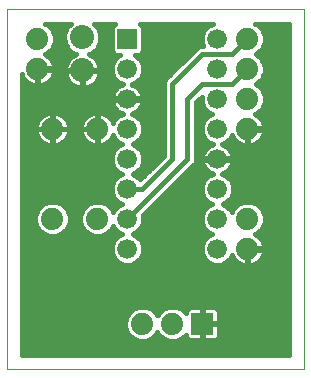
<source format=gtl>
G75*
%MOIN*%
%OFA0B0*%
%FSLAX25Y25*%
%IPPOS*%
%LPD*%
%AMOC8*
5,1,8,0,0,1.08239X$1,22.5*
%
%ADD10C,0.00000*%
%ADD11C,0.07400*%
%ADD12R,0.06600X0.06600*%
%ADD13C,0.06600*%
%ADD14C,0.08000*%
%ADD15R,0.07400X0.07400*%
%ADD16C,0.01600*%
D10*
X0001800Y0009060D02*
X0001800Y0129021D01*
X0100501Y0129021D01*
X0100501Y0009060D01*
X0001800Y0009060D01*
D11*
X0016800Y0059060D03*
X0031800Y0059060D03*
X0031800Y0089060D03*
X0016800Y0089060D03*
X0011800Y0109060D03*
X0011800Y0119060D03*
X0081800Y0119060D03*
X0081800Y0109060D03*
X0081800Y0099060D03*
X0081800Y0089060D03*
X0081800Y0059060D03*
X0081800Y0049060D03*
X0056800Y0024119D03*
X0046800Y0024119D03*
D12*
X0041800Y0119060D03*
D13*
X0041800Y0109060D03*
X0041800Y0099060D03*
X0041800Y0089060D03*
X0041800Y0079060D03*
X0041800Y0069060D03*
X0041800Y0059060D03*
X0041800Y0049060D03*
X0071800Y0049060D03*
X0071800Y0059060D03*
X0071800Y0069060D03*
X0071800Y0079060D03*
X0071800Y0089060D03*
X0071800Y0099060D03*
X0071800Y0109060D03*
X0071800Y0119060D03*
D14*
X0026800Y0119560D03*
X0026800Y0108560D03*
D15*
X0066800Y0024119D03*
D16*
X0067000Y0023948D02*
X0095701Y0023948D01*
X0095701Y0022350D02*
X0072300Y0022350D01*
X0072300Y0023919D02*
X0067000Y0023919D01*
X0067000Y0018619D01*
X0070737Y0018619D01*
X0071195Y0018742D01*
X0071605Y0018979D01*
X0071940Y0019314D01*
X0072177Y0019724D01*
X0072300Y0020182D01*
X0072300Y0023919D01*
X0072300Y0024319D02*
X0072300Y0028056D01*
X0072177Y0028514D01*
X0071940Y0028924D01*
X0071605Y0029259D01*
X0071195Y0029496D01*
X0070737Y0029619D01*
X0067000Y0029619D01*
X0067000Y0024319D01*
X0072300Y0024319D01*
X0072300Y0025547D02*
X0095701Y0025547D01*
X0095701Y0027145D02*
X0072300Y0027145D01*
X0072045Y0028744D02*
X0095701Y0028744D01*
X0095701Y0030342D02*
X0006600Y0030342D01*
X0006600Y0028744D02*
X0043364Y0028744D01*
X0043571Y0028951D02*
X0041968Y0027348D01*
X0041100Y0025253D01*
X0041100Y0022985D01*
X0041968Y0020890D01*
X0043571Y0019287D01*
X0045666Y0018419D01*
X0047934Y0018419D01*
X0050029Y0019287D01*
X0051632Y0020890D01*
X0051800Y0021295D01*
X0051968Y0020890D01*
X0053571Y0019287D01*
X0055666Y0018419D01*
X0057934Y0018419D01*
X0060029Y0019287D01*
X0061300Y0020558D01*
X0061300Y0020182D01*
X0061423Y0019724D01*
X0061660Y0019314D01*
X0061995Y0018979D01*
X0062405Y0018742D01*
X0062863Y0018619D01*
X0066600Y0018619D01*
X0066600Y0023919D01*
X0067000Y0023919D01*
X0067000Y0024319D01*
X0066600Y0024319D01*
X0066600Y0029619D01*
X0062863Y0029619D01*
X0062405Y0029496D01*
X0061995Y0029259D01*
X0061660Y0028924D01*
X0061423Y0028514D01*
X0061300Y0028056D01*
X0061300Y0027680D01*
X0060029Y0028951D01*
X0057934Y0029819D01*
X0055666Y0029819D01*
X0053571Y0028951D01*
X0051968Y0027348D01*
X0051800Y0026943D01*
X0051632Y0027348D01*
X0050029Y0028951D01*
X0047934Y0029819D01*
X0045666Y0029819D01*
X0043571Y0028951D01*
X0041884Y0027145D02*
X0006600Y0027145D01*
X0006600Y0025547D02*
X0041222Y0025547D01*
X0041100Y0023948D02*
X0006600Y0023948D01*
X0006600Y0022350D02*
X0041363Y0022350D01*
X0042107Y0020751D02*
X0006600Y0020751D01*
X0006600Y0019153D02*
X0043895Y0019153D01*
X0049705Y0019153D02*
X0053895Y0019153D01*
X0052107Y0020751D02*
X0051493Y0020751D01*
X0051716Y0027145D02*
X0051884Y0027145D01*
X0053364Y0028744D02*
X0050236Y0028744D01*
X0060236Y0028744D02*
X0061555Y0028744D01*
X0066600Y0028744D02*
X0067000Y0028744D01*
X0067000Y0027145D02*
X0066600Y0027145D01*
X0066600Y0025547D02*
X0067000Y0025547D01*
X0067000Y0022350D02*
X0066600Y0022350D01*
X0066600Y0020751D02*
X0067000Y0020751D01*
X0067000Y0019153D02*
X0066600Y0019153D01*
X0071779Y0019153D02*
X0095701Y0019153D01*
X0095701Y0020751D02*
X0072300Y0020751D01*
X0061821Y0019153D02*
X0059705Y0019153D01*
X0070746Y0043760D02*
X0072854Y0043760D01*
X0074802Y0044567D01*
X0076293Y0046058D01*
X0076685Y0047004D01*
X0076703Y0046949D01*
X0077096Y0046177D01*
X0077605Y0045477D01*
X0078217Y0044865D01*
X0078917Y0044356D01*
X0079689Y0043963D01*
X0080512Y0043695D01*
X0081367Y0043560D01*
X0081600Y0043560D01*
X0081600Y0048860D01*
X0082000Y0048860D01*
X0082000Y0049260D01*
X0087300Y0049260D01*
X0087300Y0049493D01*
X0087165Y0050348D01*
X0086897Y0051171D01*
X0086504Y0051943D01*
X0085995Y0052643D01*
X0085383Y0053255D01*
X0084683Y0053764D01*
X0084336Y0053941D01*
X0085029Y0054228D01*
X0086632Y0055831D01*
X0087500Y0057926D01*
X0087500Y0060194D01*
X0086632Y0062289D01*
X0085029Y0063892D01*
X0082934Y0064760D01*
X0080666Y0064760D01*
X0078571Y0063892D01*
X0076968Y0062289D01*
X0076584Y0061361D01*
X0076293Y0062062D01*
X0074802Y0063553D01*
X0073578Y0064060D01*
X0074802Y0064567D01*
X0076293Y0066058D01*
X0077100Y0068006D01*
X0077100Y0070114D01*
X0076293Y0072062D01*
X0074802Y0073553D01*
X0073287Y0074181D01*
X0073758Y0074334D01*
X0074473Y0074698D01*
X0075122Y0075170D01*
X0075690Y0075738D01*
X0076162Y0076387D01*
X0076526Y0077102D01*
X0076774Y0077866D01*
X0076900Y0078659D01*
X0076900Y0078760D01*
X0072100Y0078760D01*
X0072100Y0079360D01*
X0076900Y0079360D01*
X0076900Y0079461D01*
X0076774Y0080254D01*
X0076526Y0081018D01*
X0076162Y0081733D01*
X0075690Y0082382D01*
X0075122Y0082950D01*
X0074473Y0083422D01*
X0073758Y0083786D01*
X0073287Y0083939D01*
X0074802Y0084567D01*
X0076293Y0086058D01*
X0076685Y0087004D01*
X0076703Y0086949D01*
X0077096Y0086177D01*
X0077605Y0085477D01*
X0078217Y0084865D01*
X0078917Y0084356D01*
X0079689Y0083963D01*
X0080512Y0083695D01*
X0081367Y0083560D01*
X0081600Y0083560D01*
X0081600Y0088860D01*
X0082000Y0088860D01*
X0082000Y0089260D01*
X0087300Y0089260D01*
X0087300Y0089493D01*
X0087165Y0090348D01*
X0086897Y0091171D01*
X0086504Y0091943D01*
X0085995Y0092643D01*
X0085383Y0093255D01*
X0084683Y0093764D01*
X0084336Y0093941D01*
X0085029Y0094228D01*
X0086632Y0095831D01*
X0087500Y0097926D01*
X0087500Y0100194D01*
X0086632Y0102289D01*
X0085029Y0103892D01*
X0084624Y0104060D01*
X0085029Y0104228D01*
X0086632Y0105831D01*
X0087500Y0107926D01*
X0087500Y0110194D01*
X0086632Y0112289D01*
X0085029Y0113892D01*
X0084624Y0114060D01*
X0085029Y0114228D01*
X0086632Y0115831D01*
X0087500Y0117926D01*
X0087500Y0120194D01*
X0086632Y0122289D01*
X0085029Y0123892D01*
X0084236Y0124221D01*
X0095701Y0124221D01*
X0095701Y0013860D01*
X0006600Y0013860D01*
X0006600Y0107266D01*
X0006703Y0106949D01*
X0007096Y0106177D01*
X0007605Y0105477D01*
X0008217Y0104865D01*
X0008917Y0104356D01*
X0009689Y0103963D01*
X0010512Y0103695D01*
X0011367Y0103560D01*
X0011600Y0103560D01*
X0011600Y0108860D01*
X0012000Y0108860D01*
X0012000Y0109260D01*
X0017300Y0109260D01*
X0017300Y0109493D01*
X0017165Y0110348D01*
X0016897Y0111171D01*
X0016504Y0111943D01*
X0015995Y0112643D01*
X0015383Y0113255D01*
X0014683Y0113764D01*
X0014336Y0113941D01*
X0015029Y0114228D01*
X0016632Y0115831D01*
X0017500Y0117926D01*
X0017500Y0120194D01*
X0016632Y0122289D01*
X0015029Y0123892D01*
X0014236Y0124221D01*
X0022975Y0124221D01*
X0021713Y0122959D01*
X0020800Y0120753D01*
X0020800Y0118367D01*
X0021713Y0116161D01*
X0023401Y0114473D01*
X0024645Y0113958D01*
X0024574Y0113935D01*
X0023760Y0113521D01*
X0023022Y0112984D01*
X0022376Y0112338D01*
X0021839Y0111600D01*
X0021425Y0110786D01*
X0021143Y0109918D01*
X0021000Y0109016D01*
X0021000Y0108760D01*
X0026600Y0108760D01*
X0026600Y0108360D01*
X0021000Y0108360D01*
X0021000Y0108104D01*
X0021143Y0107202D01*
X0021425Y0106334D01*
X0021839Y0105520D01*
X0022376Y0104782D01*
X0023022Y0104136D01*
X0023760Y0103599D01*
X0024574Y0103185D01*
X0025442Y0102903D01*
X0026344Y0102760D01*
X0026600Y0102760D01*
X0026600Y0108360D01*
X0027000Y0108360D01*
X0027000Y0108760D01*
X0032600Y0108760D01*
X0032600Y0109016D01*
X0032457Y0109918D01*
X0032175Y0110786D01*
X0031761Y0111600D01*
X0031224Y0112338D01*
X0030578Y0112984D01*
X0029840Y0113521D01*
X0029026Y0113935D01*
X0028955Y0113958D01*
X0030199Y0114473D01*
X0031887Y0116161D01*
X0032800Y0118367D01*
X0032800Y0120753D01*
X0031887Y0122959D01*
X0030625Y0124221D01*
X0037532Y0124221D01*
X0036500Y0123188D01*
X0036500Y0114932D01*
X0037672Y0113760D01*
X0039297Y0113760D01*
X0038798Y0113553D01*
X0037307Y0112062D01*
X0036500Y0110114D01*
X0036500Y0108006D01*
X0037307Y0106058D01*
X0038798Y0104567D01*
X0040313Y0103939D01*
X0039842Y0103786D01*
X0039127Y0103422D01*
X0038478Y0102950D01*
X0037910Y0102382D01*
X0037438Y0101733D01*
X0037074Y0101018D01*
X0036826Y0100254D01*
X0036700Y0099461D01*
X0036700Y0099360D01*
X0041500Y0099360D01*
X0041500Y0098760D01*
X0036700Y0098760D01*
X0036700Y0098659D01*
X0036826Y0097866D01*
X0037074Y0097102D01*
X0037438Y0096387D01*
X0037910Y0095738D01*
X0038478Y0095170D01*
X0039127Y0094698D01*
X0039842Y0094334D01*
X0040313Y0094181D01*
X0038798Y0093553D01*
X0037307Y0092062D01*
X0036915Y0091116D01*
X0036897Y0091171D01*
X0036504Y0091943D01*
X0035995Y0092643D01*
X0035383Y0093255D01*
X0034683Y0093764D01*
X0033911Y0094157D01*
X0033088Y0094425D01*
X0032233Y0094560D01*
X0031886Y0094560D01*
X0031886Y0089146D01*
X0031714Y0089146D01*
X0031714Y0094560D01*
X0031367Y0094560D01*
X0030512Y0094425D01*
X0029689Y0094157D01*
X0028917Y0093764D01*
X0028217Y0093255D01*
X0027605Y0092643D01*
X0027096Y0091943D01*
X0026703Y0091171D01*
X0026435Y0090348D01*
X0026300Y0089493D01*
X0026300Y0089146D01*
X0031714Y0089146D01*
X0031714Y0088974D01*
X0026300Y0088974D01*
X0026300Y0088627D01*
X0026435Y0087772D01*
X0026703Y0086949D01*
X0027096Y0086177D01*
X0027605Y0085477D01*
X0028217Y0084865D01*
X0028917Y0084356D01*
X0029689Y0083963D01*
X0030512Y0083695D01*
X0031367Y0083560D01*
X0031714Y0083560D01*
X0031714Y0088974D01*
X0031886Y0088974D01*
X0031886Y0083560D01*
X0032233Y0083560D01*
X0033088Y0083695D01*
X0033911Y0083963D01*
X0034683Y0084356D01*
X0035383Y0084865D01*
X0035995Y0085477D01*
X0036504Y0086177D01*
X0036897Y0086949D01*
X0036915Y0087004D01*
X0037307Y0086058D01*
X0038798Y0084567D01*
X0040022Y0084060D01*
X0038798Y0083553D01*
X0037307Y0082062D01*
X0036500Y0080114D01*
X0036500Y0078006D01*
X0037307Y0076058D01*
X0038798Y0074567D01*
X0040022Y0074060D01*
X0038798Y0073553D01*
X0037307Y0072062D01*
X0036500Y0070114D01*
X0036500Y0068006D01*
X0037307Y0066058D01*
X0038798Y0064567D01*
X0040022Y0064060D01*
X0038798Y0063553D01*
X0037307Y0062062D01*
X0037016Y0061361D01*
X0036632Y0062289D01*
X0035029Y0063892D01*
X0032934Y0064760D01*
X0030666Y0064760D01*
X0028571Y0063892D01*
X0026968Y0062289D01*
X0026100Y0060194D01*
X0026100Y0057926D01*
X0026968Y0055831D01*
X0028571Y0054228D01*
X0030666Y0053360D01*
X0032934Y0053360D01*
X0035029Y0054228D01*
X0036632Y0055831D01*
X0037016Y0056759D01*
X0037307Y0056058D01*
X0038798Y0054567D01*
X0040022Y0054060D01*
X0038798Y0053553D01*
X0037307Y0052062D01*
X0036500Y0050114D01*
X0036500Y0048006D01*
X0037307Y0046058D01*
X0038798Y0044567D01*
X0040746Y0043760D01*
X0042854Y0043760D01*
X0044802Y0044567D01*
X0046293Y0046058D01*
X0047100Y0048006D01*
X0047100Y0050114D01*
X0046293Y0052062D01*
X0044802Y0053553D01*
X0043578Y0054060D01*
X0044802Y0054567D01*
X0046293Y0056058D01*
X0047100Y0058006D01*
X0047100Y0060114D01*
X0047016Y0060316D01*
X0063386Y0076686D01*
X0064174Y0077474D01*
X0064600Y0078503D01*
X0064600Y0097900D01*
X0066500Y0099800D01*
X0066500Y0098006D01*
X0067307Y0096058D01*
X0068798Y0094567D01*
X0070022Y0094060D01*
X0068798Y0093553D01*
X0067307Y0092062D01*
X0066500Y0090114D01*
X0066500Y0088006D01*
X0067307Y0086058D01*
X0068798Y0084567D01*
X0070313Y0083939D01*
X0069842Y0083786D01*
X0069127Y0083422D01*
X0068478Y0082950D01*
X0067910Y0082382D01*
X0067438Y0081733D01*
X0067074Y0081018D01*
X0066826Y0080254D01*
X0066700Y0079461D01*
X0066700Y0079360D01*
X0071500Y0079360D01*
X0071500Y0078760D01*
X0066700Y0078760D01*
X0066700Y0078659D01*
X0066826Y0077866D01*
X0067074Y0077102D01*
X0067438Y0076387D01*
X0067910Y0075738D01*
X0068478Y0075170D01*
X0069127Y0074698D01*
X0069842Y0074334D01*
X0070313Y0074181D01*
X0068798Y0073553D01*
X0067307Y0072062D01*
X0066500Y0070114D01*
X0066500Y0068006D01*
X0067307Y0066058D01*
X0068798Y0064567D01*
X0070022Y0064060D01*
X0068798Y0063553D01*
X0067307Y0062062D01*
X0066500Y0060114D01*
X0066500Y0058006D01*
X0067307Y0056058D01*
X0068798Y0054567D01*
X0070022Y0054060D01*
X0068798Y0053553D01*
X0067307Y0052062D01*
X0066500Y0050114D01*
X0066500Y0048006D01*
X0067307Y0046058D01*
X0068798Y0044567D01*
X0070746Y0043760D01*
X0068636Y0044729D02*
X0044964Y0044729D01*
X0046405Y0046327D02*
X0067195Y0046327D01*
X0066533Y0047926D02*
X0047067Y0047926D01*
X0047100Y0049525D02*
X0066500Y0049525D01*
X0066918Y0051123D02*
X0046682Y0051123D01*
X0045634Y0052722D02*
X0067966Y0052722D01*
X0069394Y0054320D02*
X0044206Y0054320D01*
X0046154Y0055919D02*
X0067446Y0055919D01*
X0066702Y0057517D02*
X0046898Y0057517D01*
X0047100Y0059116D02*
X0066500Y0059116D01*
X0066748Y0060714D02*
X0047414Y0060714D01*
X0049012Y0062313D02*
X0067557Y0062313D01*
X0069662Y0063911D02*
X0050611Y0063911D01*
X0052209Y0065510D02*
X0067855Y0065510D01*
X0066872Y0067108D02*
X0053808Y0067108D01*
X0055406Y0068707D02*
X0066500Y0068707D01*
X0066579Y0070305D02*
X0057005Y0070305D01*
X0058603Y0071904D02*
X0067241Y0071904D01*
X0068747Y0073502D02*
X0060202Y0073502D01*
X0061800Y0075101D02*
X0068573Y0075101D01*
X0067279Y0076699D02*
X0063399Y0076699D01*
X0063386Y0076686D02*
X0063386Y0076686D01*
X0061800Y0079060D02*
X0061800Y0099060D01*
X0066800Y0104060D01*
X0076800Y0104060D01*
X0081800Y0109060D01*
X0085456Y0113465D02*
X0095701Y0113465D01*
X0095701Y0111866D02*
X0086807Y0111866D01*
X0087469Y0110268D02*
X0095701Y0110268D01*
X0095701Y0108669D02*
X0087500Y0108669D01*
X0087146Y0107071D02*
X0095701Y0107071D01*
X0095701Y0105472D02*
X0086273Y0105472D01*
X0085047Y0103874D02*
X0095701Y0103874D01*
X0095701Y0102275D02*
X0086638Y0102275D01*
X0087300Y0100677D02*
X0095701Y0100677D01*
X0095701Y0099078D02*
X0087500Y0099078D01*
X0087315Y0097480D02*
X0095701Y0097480D01*
X0095701Y0095881D02*
X0086653Y0095881D01*
X0085084Y0094283D02*
X0095701Y0094283D01*
X0095701Y0092684D02*
X0085954Y0092684D01*
X0086925Y0091086D02*
X0095701Y0091086D01*
X0095701Y0089487D02*
X0087300Y0089487D01*
X0087300Y0088860D02*
X0082000Y0088860D01*
X0082000Y0083560D01*
X0082233Y0083560D01*
X0083088Y0083695D01*
X0083911Y0083963D01*
X0084683Y0084356D01*
X0085383Y0084865D01*
X0085995Y0085477D01*
X0086504Y0086177D01*
X0086897Y0086949D01*
X0087165Y0087772D01*
X0087300Y0088627D01*
X0087300Y0088860D01*
X0087183Y0087889D02*
X0095701Y0087889D01*
X0095701Y0086290D02*
X0086562Y0086290D01*
X0085145Y0084692D02*
X0095701Y0084692D01*
X0095701Y0083093D02*
X0074925Y0083093D01*
X0074927Y0084692D02*
X0078455Y0084692D01*
X0077038Y0086290D02*
X0076389Y0086290D01*
X0076283Y0081495D02*
X0095701Y0081495D01*
X0095701Y0079896D02*
X0076831Y0079896D01*
X0076843Y0078298D02*
X0095701Y0078298D01*
X0095701Y0076699D02*
X0076321Y0076699D01*
X0075027Y0075101D02*
X0095701Y0075101D01*
X0095701Y0073502D02*
X0074853Y0073502D01*
X0076359Y0071904D02*
X0095701Y0071904D01*
X0095701Y0070305D02*
X0077021Y0070305D01*
X0077100Y0068707D02*
X0095701Y0068707D01*
X0095701Y0067108D02*
X0076728Y0067108D01*
X0075745Y0065510D02*
X0095701Y0065510D01*
X0095701Y0063911D02*
X0084983Y0063911D01*
X0086608Y0062313D02*
X0095701Y0062313D01*
X0095701Y0060714D02*
X0087284Y0060714D01*
X0087500Y0059116D02*
X0095701Y0059116D01*
X0095701Y0057517D02*
X0087331Y0057517D01*
X0086668Y0055919D02*
X0095701Y0055919D01*
X0095701Y0054320D02*
X0085121Y0054320D01*
X0085917Y0052722D02*
X0095701Y0052722D01*
X0095701Y0051123D02*
X0086913Y0051123D01*
X0087295Y0049525D02*
X0095701Y0049525D01*
X0095701Y0047926D02*
X0087189Y0047926D01*
X0087165Y0047772D02*
X0087300Y0048627D01*
X0087300Y0048860D01*
X0082000Y0048860D01*
X0082000Y0043560D01*
X0082233Y0043560D01*
X0083088Y0043695D01*
X0083911Y0043963D01*
X0084683Y0044356D01*
X0085383Y0044865D01*
X0085995Y0045477D01*
X0086504Y0046177D01*
X0086897Y0046949D01*
X0087165Y0047772D01*
X0086581Y0046327D02*
X0095701Y0046327D01*
X0095701Y0044729D02*
X0085196Y0044729D01*
X0082000Y0044729D02*
X0081600Y0044729D01*
X0081600Y0046327D02*
X0082000Y0046327D01*
X0082000Y0047926D02*
X0081600Y0047926D01*
X0078404Y0044729D02*
X0074964Y0044729D01*
X0076405Y0046327D02*
X0077019Y0046327D01*
X0076992Y0062313D02*
X0076043Y0062313D01*
X0073938Y0063911D02*
X0078617Y0063911D01*
X0066757Y0078298D02*
X0064515Y0078298D01*
X0064600Y0079896D02*
X0066769Y0079896D01*
X0067317Y0081495D02*
X0064600Y0081495D01*
X0064600Y0083093D02*
X0068675Y0083093D01*
X0068673Y0084692D02*
X0064600Y0084692D01*
X0064600Y0086290D02*
X0067211Y0086290D01*
X0066548Y0087889D02*
X0064600Y0087889D01*
X0064600Y0089487D02*
X0066500Y0089487D01*
X0066902Y0091086D02*
X0064600Y0091086D01*
X0064600Y0092684D02*
X0067929Y0092684D01*
X0069483Y0094283D02*
X0064600Y0094283D01*
X0064600Y0095881D02*
X0067483Y0095881D01*
X0066718Y0097480D02*
X0064600Y0097480D01*
X0065778Y0099078D02*
X0066500Y0099078D01*
X0057450Y0108669D02*
X0047100Y0108669D01*
X0047100Y0108006D02*
X0047100Y0110114D01*
X0046293Y0112062D01*
X0044802Y0113553D01*
X0044303Y0113760D01*
X0045928Y0113760D01*
X0047100Y0114932D01*
X0047100Y0123188D01*
X0046068Y0124221D01*
X0070409Y0124221D01*
X0068798Y0123553D01*
X0067307Y0122062D01*
X0066500Y0120114D01*
X0066500Y0118006D01*
X0066975Y0116860D01*
X0066243Y0116860D01*
X0065214Y0116434D01*
X0054426Y0105646D01*
X0054000Y0104617D01*
X0054000Y0080220D01*
X0046068Y0072288D01*
X0044802Y0073553D01*
X0043578Y0074060D01*
X0044802Y0074567D01*
X0046293Y0076058D01*
X0047100Y0078006D01*
X0047100Y0080114D01*
X0046293Y0082062D01*
X0044802Y0083553D01*
X0043578Y0084060D01*
X0044802Y0084567D01*
X0046293Y0086058D01*
X0047100Y0088006D01*
X0047100Y0090114D01*
X0046293Y0092062D01*
X0044802Y0093553D01*
X0043287Y0094181D01*
X0043758Y0094334D01*
X0044473Y0094698D01*
X0045122Y0095170D01*
X0045690Y0095738D01*
X0046162Y0096387D01*
X0046526Y0097102D01*
X0046774Y0097866D01*
X0046900Y0098659D01*
X0046900Y0098760D01*
X0042100Y0098760D01*
X0042100Y0099360D01*
X0046900Y0099360D01*
X0046900Y0099461D01*
X0046774Y0100254D01*
X0046526Y0101018D01*
X0046162Y0101733D01*
X0045690Y0102382D01*
X0045122Y0102950D01*
X0044473Y0103422D01*
X0043758Y0103786D01*
X0043287Y0103939D01*
X0044802Y0104567D01*
X0046293Y0106058D01*
X0047100Y0108006D01*
X0046713Y0107071D02*
X0055851Y0107071D01*
X0054354Y0105472D02*
X0045708Y0105472D01*
X0043488Y0103874D02*
X0054000Y0103874D01*
X0054000Y0102275D02*
X0045768Y0102275D01*
X0046637Y0100677D02*
X0054000Y0100677D01*
X0054000Y0099078D02*
X0042100Y0099078D01*
X0041500Y0099078D02*
X0006600Y0099078D01*
X0006600Y0097480D02*
X0036951Y0097480D01*
X0037805Y0095881D02*
X0006600Y0095881D01*
X0006600Y0094283D02*
X0015076Y0094283D01*
X0014689Y0094157D02*
X0013917Y0093764D01*
X0013217Y0093255D01*
X0012605Y0092643D01*
X0012096Y0091943D01*
X0011703Y0091171D01*
X0011435Y0090348D01*
X0011300Y0089493D01*
X0011300Y0089146D01*
X0016714Y0089146D01*
X0016714Y0094560D01*
X0016367Y0094560D01*
X0015512Y0094425D01*
X0014689Y0094157D01*
X0016714Y0094283D02*
X0016886Y0094283D01*
X0016886Y0094560D02*
X0016886Y0089146D01*
X0016714Y0089146D01*
X0016714Y0088974D01*
X0011300Y0088974D01*
X0011300Y0088627D01*
X0011435Y0087772D01*
X0011703Y0086949D01*
X0012096Y0086177D01*
X0012605Y0085477D01*
X0013217Y0084865D01*
X0013917Y0084356D01*
X0014689Y0083963D01*
X0015512Y0083695D01*
X0016367Y0083560D01*
X0016714Y0083560D01*
X0016714Y0088974D01*
X0016886Y0088974D01*
X0016886Y0089146D01*
X0022300Y0089146D01*
X0022300Y0089493D01*
X0022165Y0090348D01*
X0021897Y0091171D01*
X0021504Y0091943D01*
X0020995Y0092643D01*
X0020383Y0093255D01*
X0019683Y0093764D01*
X0018911Y0094157D01*
X0018088Y0094425D01*
X0017233Y0094560D01*
X0016886Y0094560D01*
X0018524Y0094283D02*
X0030076Y0094283D01*
X0031714Y0094283D02*
X0031886Y0094283D01*
X0031886Y0092684D02*
X0031714Y0092684D01*
X0031714Y0091086D02*
X0031886Y0091086D01*
X0031886Y0089487D02*
X0031714Y0089487D01*
X0031714Y0087889D02*
X0031886Y0087889D01*
X0031886Y0086290D02*
X0031714Y0086290D01*
X0031714Y0084692D02*
X0031886Y0084692D01*
X0035145Y0084692D02*
X0038673Y0084692D01*
X0038338Y0083093D02*
X0006600Y0083093D01*
X0006600Y0081495D02*
X0037072Y0081495D01*
X0036500Y0079896D02*
X0006600Y0079896D01*
X0006600Y0078298D02*
X0036500Y0078298D01*
X0037041Y0076699D02*
X0006600Y0076699D01*
X0006600Y0075101D02*
X0038264Y0075101D01*
X0038747Y0073502D02*
X0006600Y0073502D01*
X0006600Y0071904D02*
X0037241Y0071904D01*
X0036579Y0070305D02*
X0006600Y0070305D01*
X0006600Y0068707D02*
X0036500Y0068707D01*
X0036872Y0067108D02*
X0006600Y0067108D01*
X0006600Y0065510D02*
X0037855Y0065510D01*
X0039662Y0063911D02*
X0034983Y0063911D01*
X0036608Y0062313D02*
X0037557Y0062313D01*
X0041800Y0059060D02*
X0061800Y0079060D01*
X0056800Y0079060D02*
X0056800Y0104060D01*
X0066800Y0114060D01*
X0076800Y0114060D01*
X0081800Y0119060D01*
X0085865Y0123056D02*
X0095701Y0123056D01*
X0095701Y0121458D02*
X0086977Y0121458D01*
X0087500Y0119859D02*
X0095701Y0119859D01*
X0095701Y0118261D02*
X0087500Y0118261D01*
X0086976Y0116662D02*
X0095701Y0116662D01*
X0095701Y0115063D02*
X0085865Y0115063D01*
X0068301Y0123056D02*
X0047100Y0123056D01*
X0047100Y0121458D02*
X0067056Y0121458D01*
X0066500Y0119859D02*
X0047100Y0119859D01*
X0047100Y0118261D02*
X0066500Y0118261D01*
X0065765Y0116662D02*
X0047100Y0116662D01*
X0047100Y0115063D02*
X0063844Y0115063D01*
X0062245Y0113465D02*
X0044890Y0113465D01*
X0046374Y0111866D02*
X0060647Y0111866D01*
X0059048Y0110268D02*
X0047036Y0110268D01*
X0040112Y0103874D02*
X0030218Y0103874D01*
X0030578Y0104136D02*
X0031224Y0104782D01*
X0031761Y0105520D01*
X0032175Y0106334D01*
X0032457Y0107202D01*
X0032600Y0108104D01*
X0032600Y0108360D01*
X0027000Y0108360D01*
X0027000Y0102760D01*
X0027256Y0102760D01*
X0028158Y0102903D01*
X0029026Y0103185D01*
X0029840Y0103599D01*
X0030578Y0104136D01*
X0031726Y0105472D02*
X0037892Y0105472D01*
X0036887Y0107071D02*
X0032415Y0107071D01*
X0032344Y0110268D02*
X0036564Y0110268D01*
X0036500Y0108669D02*
X0027000Y0108669D01*
X0026600Y0108669D02*
X0017300Y0108669D01*
X0017300Y0108627D02*
X0017300Y0108860D01*
X0012000Y0108860D01*
X0012000Y0103560D01*
X0012233Y0103560D01*
X0013088Y0103695D01*
X0013911Y0103963D01*
X0014683Y0104356D01*
X0015383Y0104865D01*
X0015995Y0105477D01*
X0016504Y0106177D01*
X0016897Y0106949D01*
X0017165Y0107772D01*
X0017300Y0108627D01*
X0016937Y0107071D02*
X0021185Y0107071D01*
X0021874Y0105472D02*
X0015991Y0105472D01*
X0013637Y0103874D02*
X0023382Y0103874D01*
X0026600Y0103874D02*
X0027000Y0103874D01*
X0027000Y0105472D02*
X0026600Y0105472D01*
X0026600Y0107071D02*
X0027000Y0107071D01*
X0022033Y0111866D02*
X0016543Y0111866D01*
X0017177Y0110268D02*
X0021256Y0110268D01*
X0023684Y0113465D02*
X0015094Y0113465D01*
X0015865Y0115063D02*
X0022811Y0115063D01*
X0021506Y0116662D02*
X0016976Y0116662D01*
X0017500Y0118261D02*
X0020844Y0118261D01*
X0020800Y0119859D02*
X0017500Y0119859D01*
X0016977Y0121458D02*
X0021092Y0121458D01*
X0021811Y0123056D02*
X0015865Y0123056D01*
X0012000Y0108669D02*
X0011600Y0108669D01*
X0011600Y0107071D02*
X0012000Y0107071D01*
X0012000Y0105472D02*
X0011600Y0105472D01*
X0011600Y0103874D02*
X0012000Y0103874D01*
X0009963Y0103874D02*
X0006600Y0103874D01*
X0006600Y0102275D02*
X0037832Y0102275D01*
X0036963Y0100677D02*
X0006600Y0100677D01*
X0006600Y0105472D02*
X0007609Y0105472D01*
X0006663Y0107071D02*
X0006600Y0107071D01*
X0006600Y0092684D02*
X0012646Y0092684D01*
X0011675Y0091086D02*
X0006600Y0091086D01*
X0006600Y0089487D02*
X0011300Y0089487D01*
X0011417Y0087889D02*
X0006600Y0087889D01*
X0006600Y0086290D02*
X0012038Y0086290D01*
X0013455Y0084692D02*
X0006600Y0084692D01*
X0016714Y0084692D02*
X0016886Y0084692D01*
X0016886Y0083560D02*
X0017233Y0083560D01*
X0018088Y0083695D01*
X0018911Y0083963D01*
X0019683Y0084356D01*
X0020383Y0084865D01*
X0020995Y0085477D01*
X0021504Y0086177D01*
X0021897Y0086949D01*
X0022165Y0087772D01*
X0022300Y0088627D01*
X0022300Y0088974D01*
X0016886Y0088974D01*
X0016886Y0083560D01*
X0016886Y0086290D02*
X0016714Y0086290D01*
X0016714Y0087889D02*
X0016886Y0087889D01*
X0016886Y0089487D02*
X0016714Y0089487D01*
X0016714Y0091086D02*
X0016886Y0091086D01*
X0016886Y0092684D02*
X0016714Y0092684D01*
X0020954Y0092684D02*
X0027646Y0092684D01*
X0026675Y0091086D02*
X0021925Y0091086D01*
X0022300Y0089487D02*
X0026300Y0089487D01*
X0026417Y0087889D02*
X0022183Y0087889D01*
X0021562Y0086290D02*
X0027038Y0086290D01*
X0028455Y0084692D02*
X0020145Y0084692D01*
X0033524Y0094283D02*
X0039999Y0094283D01*
X0037929Y0092684D02*
X0035954Y0092684D01*
X0036562Y0086290D02*
X0037211Y0086290D01*
X0043601Y0094283D02*
X0054000Y0094283D01*
X0054000Y0092684D02*
X0045671Y0092684D01*
X0046698Y0091086D02*
X0054000Y0091086D01*
X0054000Y0089487D02*
X0047100Y0089487D01*
X0047052Y0087889D02*
X0054000Y0087889D01*
X0054000Y0086290D02*
X0046389Y0086290D01*
X0044927Y0084692D02*
X0054000Y0084692D01*
X0054000Y0083093D02*
X0045262Y0083093D01*
X0046528Y0081495D02*
X0054000Y0081495D01*
X0053676Y0079896D02*
X0047100Y0079896D01*
X0047100Y0078298D02*
X0052078Y0078298D01*
X0050479Y0076699D02*
X0046559Y0076699D01*
X0045336Y0075101D02*
X0048881Y0075101D01*
X0047282Y0073502D02*
X0044853Y0073502D01*
X0046800Y0069060D02*
X0041800Y0069060D01*
X0046800Y0069060D02*
X0056800Y0079060D01*
X0054000Y0095881D02*
X0045795Y0095881D01*
X0046649Y0097480D02*
X0054000Y0097480D01*
X0038710Y0113465D02*
X0029916Y0113465D01*
X0030789Y0115063D02*
X0036500Y0115063D01*
X0036500Y0116662D02*
X0032094Y0116662D01*
X0032756Y0118261D02*
X0036500Y0118261D01*
X0036500Y0119859D02*
X0032800Y0119859D01*
X0032508Y0121458D02*
X0036500Y0121458D01*
X0036500Y0123056D02*
X0031789Y0123056D01*
X0031567Y0111866D02*
X0037226Y0111866D01*
X0017934Y0064760D02*
X0015666Y0064760D01*
X0013571Y0063892D01*
X0011968Y0062289D01*
X0011100Y0060194D01*
X0011100Y0057926D01*
X0011968Y0055831D01*
X0013571Y0054228D01*
X0015666Y0053360D01*
X0017934Y0053360D01*
X0020029Y0054228D01*
X0021632Y0055831D01*
X0022500Y0057926D01*
X0022500Y0060194D01*
X0021632Y0062289D01*
X0020029Y0063892D01*
X0017934Y0064760D01*
X0019983Y0063911D02*
X0028617Y0063911D01*
X0026992Y0062313D02*
X0021608Y0062313D01*
X0022284Y0060714D02*
X0026316Y0060714D01*
X0026100Y0059116D02*
X0022500Y0059116D01*
X0022331Y0057517D02*
X0026269Y0057517D01*
X0026932Y0055919D02*
X0021668Y0055919D01*
X0020121Y0054320D02*
X0028479Y0054320D01*
X0035121Y0054320D02*
X0039394Y0054320D01*
X0037966Y0052722D02*
X0006600Y0052722D01*
X0006600Y0054320D02*
X0013479Y0054320D01*
X0011932Y0055919D02*
X0006600Y0055919D01*
X0006600Y0057517D02*
X0011269Y0057517D01*
X0011100Y0059116D02*
X0006600Y0059116D01*
X0006600Y0060714D02*
X0011316Y0060714D01*
X0011992Y0062313D02*
X0006600Y0062313D01*
X0006600Y0063911D02*
X0013617Y0063911D01*
X0006600Y0051123D02*
X0036918Y0051123D01*
X0036500Y0049525D02*
X0006600Y0049525D01*
X0006600Y0047926D02*
X0036533Y0047926D01*
X0037195Y0046327D02*
X0006600Y0046327D01*
X0006600Y0044729D02*
X0038636Y0044729D01*
X0037446Y0055919D02*
X0036668Y0055919D01*
X0006600Y0043130D02*
X0095701Y0043130D01*
X0095701Y0041532D02*
X0006600Y0041532D01*
X0006600Y0039933D02*
X0095701Y0039933D01*
X0095701Y0038335D02*
X0006600Y0038335D01*
X0006600Y0036736D02*
X0095701Y0036736D01*
X0095701Y0035138D02*
X0006600Y0035138D01*
X0006600Y0033539D02*
X0095701Y0033539D01*
X0095701Y0031941D02*
X0006600Y0031941D01*
X0006600Y0017554D02*
X0095701Y0017554D01*
X0095701Y0015956D02*
X0006600Y0015956D01*
X0006600Y0014357D02*
X0095701Y0014357D01*
X0082000Y0084692D02*
X0081600Y0084692D01*
X0081600Y0086290D02*
X0082000Y0086290D01*
X0082000Y0087889D02*
X0081600Y0087889D01*
M02*

</source>
